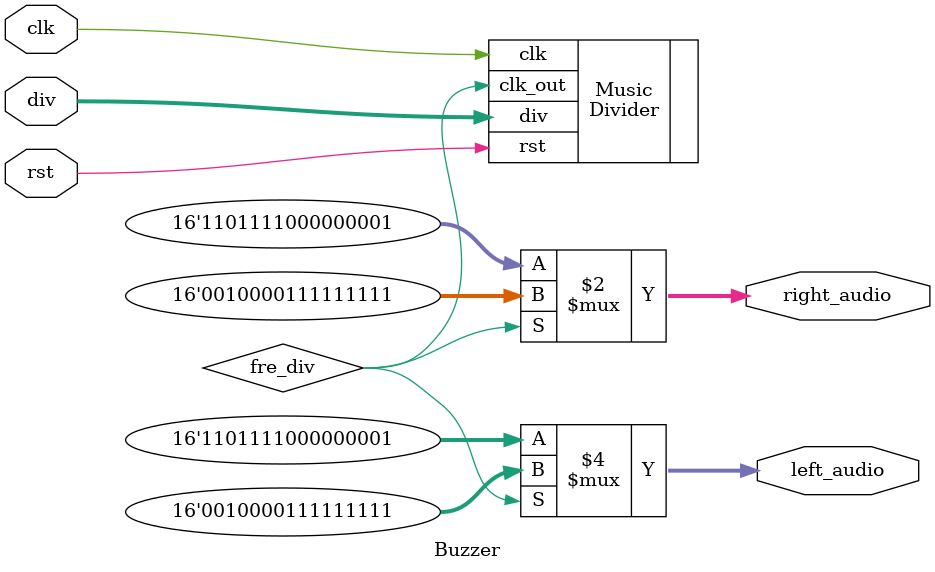
<source format=v>
`timescale 1ns / 1ps


module Buzzer(clk, rst, div, right_audio, left_audio);
input clk, rst;
input [26:0]div;
output [15:0]right_audio, left_audio;

wire fre_div;
Divider Music(.clk(clk), .rst(rst), .div(div), .clk_out(fre_div));

assign right_audio = (!fre_div)? 16'hde01:16'h21ff;
assign left_audio = (!fre_div)? 16'hde01:16'h21ff;

endmodule

</source>
